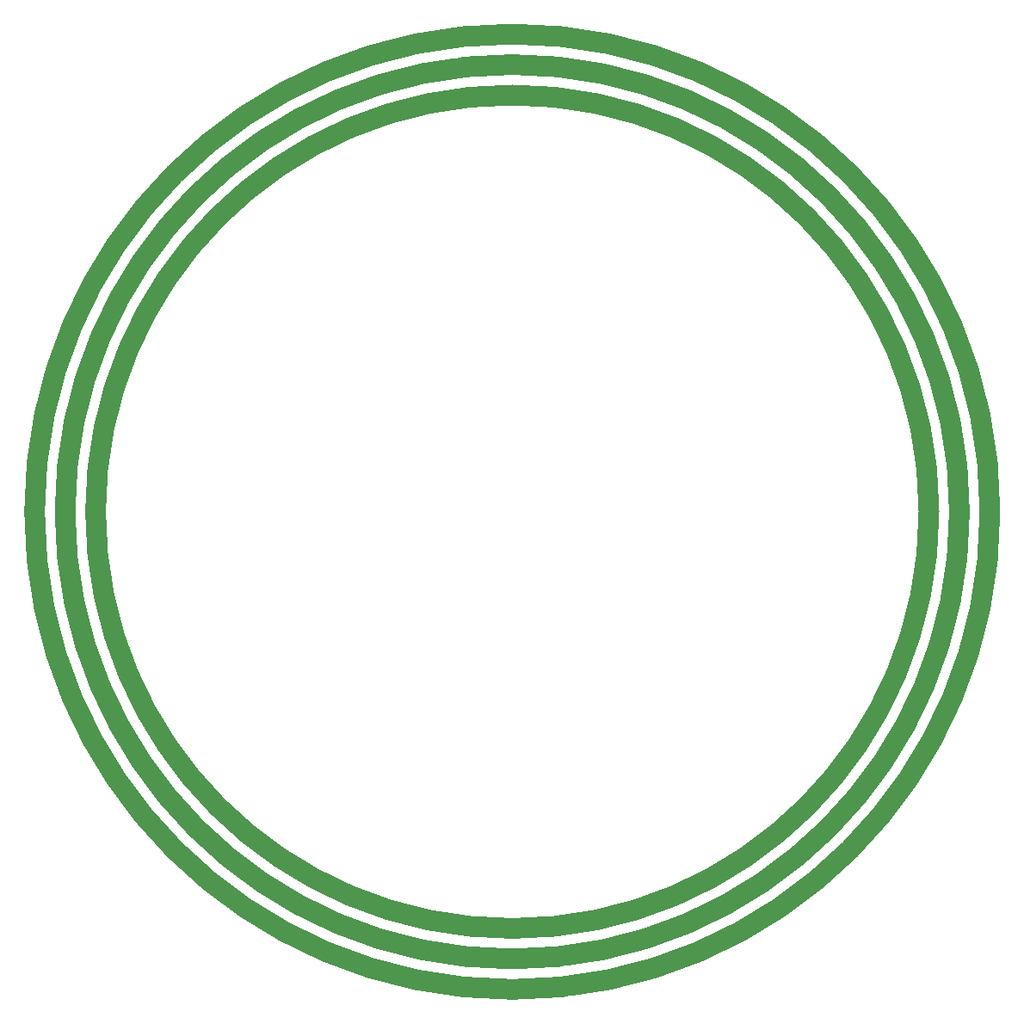
<source format=gbr>
%TF.GenerationSoftware,KiCad,Pcbnew,7.0.10*%
%TF.CreationDate,2024-02-11T22:44:29-05:00*%
%TF.ProjectId,basement_outer,62617365-6d65-46e7-945f-6f757465722e,rev?*%
%TF.SameCoordinates,Original*%
%TF.FileFunction,Copper,L1,Top*%
%TF.FilePolarity,Positive*%
%FSLAX46Y46*%
G04 Gerber Fmt 4.6, Leading zero omitted, Abs format (unit mm)*
G04 Created by KiCad (PCBNEW 7.0.10) date 2024-02-11 22:44:29*
%MOMM*%
%LPD*%
G01*
G04 APERTURE LIST*
%TA.AperFunction,NonConductor*%
%ADD10C,2.000000*%
%TD*%
%TA.AperFunction,ComponentPad*%
%ADD11C,1.500000*%
%TD*%
G04 APERTURE END LIST*
D10*
X91000000Y-50000000D02*
G75*
G03*
X9000000Y-50000000I-41000000J0D01*
G01*
X9000000Y-50000000D02*
G75*
G03*
X91000000Y-50000000I41000000J0D01*
G01*
X97000000Y-50000000D02*
G75*
G03*
X3000000Y-50000000I-47000000J0D01*
G01*
X3000000Y-50000000D02*
G75*
G03*
X97000000Y-50000000I47000000J0D01*
G01*
X94000000Y-50000000D02*
G75*
G03*
X6000000Y-50000000I-44000000J0D01*
G01*
X6000000Y-50000000D02*
G75*
G03*
X94000000Y-50000000I44000000J0D01*
G01*
D11*
%TO.P,J103,1,Pin_1*%
%TO.N,unconnected-(J103-Pin_1-Pad1)*%
X70500000Y-85507000D03*
%TD*%
%TO.P,J102,1,Pin_1*%
%TO.N,unconnected-(J102-Pin_1-Pad1)*%
X72000000Y-11895000D03*
%TD*%
%TO.P,J101,1,Pin_1*%
%TO.N,unconnected-(J101-Pin_1-Pad1)*%
X3000000Y-50000000D03*
%TD*%
M02*

</source>
